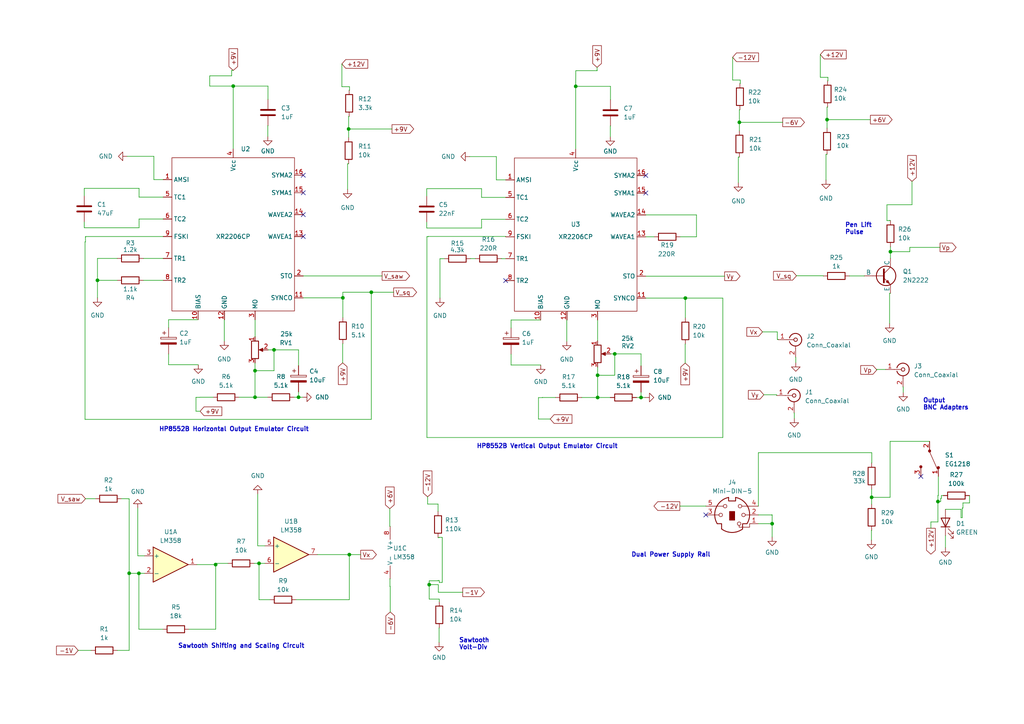
<source format=kicad_sch>
(kicad_sch (version 20230121) (generator eeschema)
  (paper "A4")
  (title_block (title "HP141T Emulator Design") (date "2025-04-10") (rev "v02") (company "by Bonga Njamela") (comment 1 "Research Project") (comment 2 "EEE4022F 2025") (comment 3 "University of Cape Town"))
  (lib_symbols
    (symbol "Amplifier_Operational:LM358" (pin_names (offset 0.127))
      (property "Reference" "U" (at 0 5.08 0))
      (property "Value" "LM358" (at 0 -5.08 0))
      (symbol "LM358_1_1"
        (polyline (pts (xy -5.08 5.08) (xy 5.08 0) (xy -5.08 -5.08) (xy -5.08 5.08)) (stroke (width 0.254)) (fill (type background)))
        (pin output line (at 7.62 0 180) (length 2.54) (name "~") (number "1"))
        (pin input line (at -7.62 -2.54 0) (length 2.54) (name "-") (number "2"))
        (pin input line (at -7.62 2.54 0) (length 2.54) (name "+") (number "3"))
      )
      (symbol "LM358_2_1"
        (polyline (pts (xy -5.08 5.08) (xy 5.08 0) (xy -5.08 -5.08) (xy -5.08 5.08)) (stroke (width 0.254)) (fill (type background)))
        (pin input line (at -7.62 2.54 0) (length 2.54) (name "+") (number "5"))
        (pin input line (at -7.62 -2.54 0) (length 2.54) (name "-") (number "6"))
        (pin output line (at 7.62 0 180) (length 2.54) (name "~") (number "7"))
      )
      (symbol "LM358_3_1"
        (pin power_in line (at -2.54 -7.62 90) (length 3.81) (name "V-") (number "4"))
        (pin power_in line (at -2.54 7.62 270) (length 3.81) (name "V+") (number "8"))
      )
    )
    (symbol "Connector:Conn_Coaxial" (pin_names (offset 1.016) hide)
      (property "Reference" "J" (at 0.254 3.048 0))
      (property "Value" "Conn_Coaxial" (at 2.921 0 90))
      (symbol "Conn_Coaxial_0_1"
        (arc (start -1.778 -0.508) (mid 0.2311 -1.8066) (end 1.778 0) (stroke (width 0.254)))
        (polyline (pts (xy -2.54 0) (xy -0.508 0)))
        (polyline (pts (xy 0 -2.54) (xy 0 -1.778)))
        (circle (center 0 0) (radius 0.508) (stroke (width 0.2032)))
        (arc (start 1.778 0) (mid 0.2099 1.8101) (end -1.778 0.508) (stroke (width 0.254)))
      )
      (symbol "Conn_Coaxial_1_1"
        (pin passive line (at -5.08 0 0) (length 2.54) (name "In") (number "1"))
        (pin passive line (at 0 -5.08 90) (length 2.54) (name "Ext") (number "2"))
      )
    )
    (symbol "Connector:Mini-DIN-5" (pin_names (offset 1.016))
      (property "Reference" "J" (at 0 6.35 0))
      (property "Value" "Mini-DIN-5" (at 0 -6.35 0))
      (symbol "Mini-DIN-5_0_1"
        (circle (center -3.302 0) (radius 0.508))
        (arc (start -3.048 -4.064) (mid 0 -5.08) (end 3.048 -4.064) (stroke (width 0.254)))
        (circle (center -2.032 2.54) (radius 0.508))
        (arc (start -1.016 5.08) (mid -4.6228 2.1214) (end -4.318 -2.54) (stroke (width 0.254)))
        (rectangle (start -0.762 1.016) (end 0.762 -1.524) (fill (type outline)))
        (polyline (pts (xy -3.81 0) (xy -5.08 0)))
        (polyline (pts (xy -2.54 2.54) (xy -5.08 2.54)))
        (polyline (pts (xy 2.794 2.54) (xy 5.08 2.54)))
        (polyline (pts (xy 5.08 0) (xy 3.81 0)))
        (polyline (pts (xy -4.318 -2.54) (xy -3.048 -2.54) (xy -3.048 -4.064)) (stroke (width 0.254)))
        (polyline (pts (xy 4.318 -2.54) (xy 3.048 -2.54) (xy 3.048 -4.064)) (stroke (width 0.254)))
        (polyline (pts (xy -1.016 5.08) (xy -1.016 4.064) (xy 1.016 4.064) (xy 1.016 5.08)) (stroke (width 0.254)))
        (polyline (pts (xy 2.032 -3.048) (xy 2.032 -3.556) (xy 5.08 -3.556) (xy 5.08 -2.54)))
        (circle (center 2.032 -2.54) (radius 0.508))
        (circle (center 2.286 2.54) (radius 0.508))
        (circle (center 3.302 0) (radius 0.508))
        (arc (start 4.318 -2.54) (mid 4.6661 2.1322) (end 1.016 5.08) (stroke (width 0.254)))
      )
      (symbol "Mini-DIN-5_1_1"
        (pin passive line (at 7.62 -2.54 180) (length 2.54) (name "~") (number "1"))
        (pin passive line (at 7.62 0 180) (length 2.54) (name "~") (number "2"))
        (pin passive line (at -7.62 0 0) (length 2.54) (name "~") (number "3"))
        (pin passive line (at 7.62 2.54 180) (length 2.54) (name "~") (number "4"))
        (pin passive line (at -7.62 2.54 0) (length 2.54) (name "~") (number "5"))
      )
    )
    (symbol "Device:C" (pin_numbers hide) (pin_names (offset 0.254))
      (property "Reference" "C" (at 0.635 2.54 0))
      (property "Value" "C" (at 0.635 -2.54 0))
      (symbol "C_0_1"
        (polyline (pts (xy -2.032 -0.762) (xy 2.032 -0.762)) (stroke (width 0.508)))
        (polyline (pts (xy -2.032 0.762) (xy 2.032 0.762)) (stroke (width 0.508)))
      )
      (symbol "C_1_1"
        (pin passive line (at 0 3.81 270) (length 2.794) (name "~") (number "1"))
        (pin passive line (at 0 -3.81 90) (length 2.794) (name "~") (number "2"))
      )
    )
    (symbol "Device:C_Polarized" (pin_numbers hide) (pin_names (offset 0.254))
      (property "Reference" "C" (at 0.635 2.54 0))
      (property "Value" "C_Polarized" (at 0.635 -2.54 0))
      (symbol "C_Polarized_0_1"
        (rectangle (start -2.286 0.508) (end 2.286 1.016))
        (polyline (pts (xy -1.778 2.286) (xy -0.762 2.286)))
        (polyline (pts (xy -1.27 2.794) (xy -1.27 1.778)))
        (rectangle (start 2.286 -0.508) (end -2.286 -1.016) (fill (type outline)))
      )
      (symbol "C_Polarized_1_1"
        (pin passive line (at 0 3.81 270) (length 2.794) (name "~") (number "1"))
        (pin passive line (at 0 -3.81 90) (length 2.794) (name "~") (number "2"))
      )
    )
    (symbol "Device:LED" (pin_numbers hide) (pin_names (offset 1.016) hide)
      (property "Reference" "D" (at 0 2.54 0))
      (property "Value" "LED" (at 0 -2.54 0))
      (symbol "LED_0_1"
        (polyline (pts (xy -1.27 -1.27) (xy -1.27 1.27)) (stroke (width 0.254)))
        (polyline (pts (xy -1.27 0) (xy 1.27 0)))
        (polyline (pts (xy 1.27 -1.27) (xy 1.27 1.27) (xy -1.27 0) (xy 1.27 -1.27)) (stroke (width 0.254)))
        (polyline (pts (xy -3.048 -0.762) (xy -4.572 -2.286) (xy -3.81 -2.286) (xy -4.572 -2.286) (xy -4.572 -1.524)))
        (polyline (pts (xy -1.778 -0.762) (xy -3.302 -2.286) (xy -2.54 -2.286) (xy -3.302 -2.286) (xy -3.302 -1.524)))
      )
      (symbol "LED_1_1"
        (pin passive line (at -3.81 0 0) (length 2.54) (name "K") (number "1"))
        (pin passive line (at 3.81 0 180) (length 2.54) (name "A") (number "2"))
      )
    )
    (symbol "Device:R" (pin_numbers hide) (pin_names (offset 0))
      (property "Reference" "R" (at 2.032 0 90))
      (property "Value" "R" (at 0 0 90))
      (symbol "R_0_1"
        (rectangle (start -1.016 -2.54) (end 1.016 2.54) (stroke (width 0.254)))
      )
      (symbol "R_1_1"
        (pin passive line (at 0 3.81 270) (length 1.27) (name "~") (number "1"))
        (pin passive line (at 0 -3.81 90) (length 1.27) (name "~") (number "2"))
      )
    )
    (symbol "Device:R_Potentiometer" (pin_names (offset 1.016) hide)
      (property "Reference" "RV" (at -4.445 0 90))
      (property "Value" "R_Potentiometer" (at -2.54 0 90))
      (symbol "R_Potentiometer_0_1"
        (polyline (pts (xy 2.54 0) (xy 1.524 0)))
        (polyline (pts (xy 1.143 0) (xy 2.286 0.508) (xy 2.286 -0.508) (xy 1.143 0)) (fill (type outline)))
        (rectangle (start 1.016 2.54) (end -1.016 -2.54) (stroke (width 0.254)))
      )
      (symbol "R_Potentiometer_1_1"
        (pin passive line (at 0 3.81 270) (length 1.27) (name "1") (number "1"))
        (pin passive line (at 3.81 0 180) (length 1.27) (name "2") (number "2"))
        (pin passive line (at 0 -3.81 90) (length 1.27) (name "3") (number "3"))
      )
    )
    (symbol "Simulation_SPICE:NPN" (pin_numbers hide) (pin_names (offset 0))
      (property "Reference" "Q" (at -2.54 7.62 0))
      (property "Value" "NPN" (at -2.54 5.08 0))
      (symbol "NPN_0_1"
        (polyline (pts (xy -2.54 0) (xy 0.635 0)) (stroke (width 0.1524)))
        (polyline (pts (xy 0.635 0.635) (xy 2.54 2.54)))
        (polyline (pts (xy 2.794 -1.27) (xy 2.794 -1.27)) (stroke (width 0.1524)))
        (polyline (pts (xy 2.794 -1.27) (xy 2.794 -1.27)) (stroke (width 0.1524)))
        (polyline (pts (xy 0.635 -0.635) (xy 2.54 -2.54) (xy 2.54 -2.54)))
        (polyline (pts (xy 0.635 1.905) (xy 0.635 -1.905) (xy 0.635 -1.905)) (stroke (width 0.508)))
        (polyline (pts (xy 1.27 -1.778) (xy 1.778 -1.27) (xy 2.286 -2.286) (xy 1.27 -1.778) (xy 1.27 -1.778)) (fill (type outline)))
        (circle (center 1.27 0) (radius 2.8194) (stroke (width 0.254)))
      )
      (symbol "NPN_1_1"
        (pin open_collector line (at 2.54 5.08 270) (length 2.54) (name "C") (number "1"))
        (pin input line (at -5.08 0 0) (length 2.54) (name "B") (number "2"))
        (pin open_emitter line (at 2.54 -5.08 90) (length 2.54) (name "E") (number "3"))
      )
    )
    (symbol "dk_Slide-Switches:EG1218" (pin_names (offset 0))
      (property "Reference" "S" (at -3.81 2.286 0))
      (property "Value" "EG1218" (at 0 -5.334 0))
      (symbol "EG1218_0_1"
        (circle (center -2.286 0) (radius 0.3556) (fill (type outline)))
        (polyline (pts (xy -2.032 0) (xy 3.048 2.286)))
        (circle (center 2.286 -2.54) (radius 0.3556) (fill (type outline)))
        (circle (center 2.54 2.54) (radius 0.3556) (fill (type outline)))
      )
      (symbol "EG1218_1_1"
        (pin passive line (at 5.08 2.54 180) (length 2.54) (name "~") (number "1"))
        (pin passive line (at -5.08 0 0) (length 2.54) (name "~") (number "2"))
        (pin passive line (at 5.08 -2.54 180) (length 2.54) (name "~") (number "3"))
      )
    )
    (symbol "power:GND" (power) (pin_names (offset 0))
      (property "Value" "GND" (at 0 -3.81 0))
      (symbol "GND_0_1"
        (polyline (pts (xy 0 0) (xy 0 -1.27) (xy 1.27 -1.27) (xy 0 -2.54) (xy -1.27 -1.27) (xy 0 -1.27)))
      )
      (symbol "GND_1_1"
        (pin power_in line (at 0 0 270) (length 0) hide (name "GND") (number "1"))
      )
    )
    (symbol "xr2206:xr2206cp"
      (property "Reference" "U1" (at 2.1941 25.4 0))
      (property "Value" "XR2206CP" (at 0 0 0))
      (symbol "xr2206cp_0_1"
        (rectangle (start -17.78 22.86) (end 17.78 -21.59))
      )
      (symbol "xr2206cp_1_1"
        (pin input line (at -20.32 16.51 0) (length 2.54) (name "AMSI") (number "1"))
        (pin input line (at -10.16 -24.13 90) (length 2.54) (name "BIAS") (number "10"))
        (pin input line (at 20.32 -17.78 180) (length 2.54) (name "SYNCO") (number "11"))
        (pin input line (at -2.54 -24.13 90) (length 2.54) (name "GND") (number "12"))
        (pin input line (at 20.32 0 180) (length 2.54) (name "WAVEA1") (number "13"))
        (pin input line (at 20.32 6.35 180) (length 2.54) (name "WAVEA2") (number "14"))
        (pin input line (at 20.32 12.7 180) (length 2.54) (name "SYMA1") (number "15"))
        (pin input line (at 20.32 17.78 180) (length 2.54) (name "SYMA2") (number "16"))
        (pin input line (at 20.32 -11.43 180) (length 2.54) (name "STO") (number "2"))
        (pin input line (at 6.35 -24.13 90) (length 2.54) (name "MO") (number "3"))
        (pin power_in line (at 0 25.4 270) (length 2.54) (name "Vcc") (number "4"))
        (pin input line (at -20.32 11.43 0) (length 2.54) (name "TC1") (number "5"))
        (pin input line (at -20.32 5.08 0) (length 2.54) (name "TC2") (number "6"))
        (pin input line (at -20.32 -6.35 0) (length 2.54) (name "TR1") (number "7"))
        (pin input line (at -20.32 -12.7 0) (length 2.54) (name "TR2") (number "8"))
        (pin input line (at -20.32 0 0) (length 2.54) (name "FSKI") (number "9"))
      )
    )
  )
  (junction (at 37.465 166.2684))
  (junction (at 223.9518 151.892))
  (junction (at 101.1174 37.4142))
  (junction (at 99.441 86.3854))
  (junction (at 198.7804 86.4616))
  (junction (at 67.6402 24.9682))
  (junction (at 185.928 115.2906))
  (junction (at 75.1332 163.3982))
  (junction (at 73.9648 107.5182))
  (junction (at 86.5886 115.2144))
  (junction (at 124.4854 169.5704))
  (junction (at 173.3296 115.2906))
  (junction (at 79.4766 101.473))
  (junction (at 214.4522 35.4838))
  (junction (at 272.034 145.4658))
  (junction (at 28.2702 81.3054))
  (junction (at 62.5348 163.7538))
  (junction (at 173.3296 108.839))
  (junction (at 40.2844 166.2938))
  (junction (at 73.9648 115.2144))
  (junction (at 101.3206 160.8582))
  (junction (at 258.2672 72.9996))
  (junction (at 252.8062 144.2466))
  (junction (at 178.308 102.6414))
  (junction (at 239.8776 34.6964))
  (junction (at 166.9796 25.0444))
  (junction (at 107.696 84.7598))
  (no_connect (at 87.9602 62.2554))
  (no_connect (at 267.081 138.176))
  (no_connect (at 146.6596 81.3816))
  (no_connect (at 87.9602 68.6054))
  (no_connect (at 187.2996 55.9816))
  (no_connect (at 187.2996 50.9016))
  (no_connect (at 87.9602 50.8254))
  (no_connect (at 204.724 149.352))
  (no_connect (at 87.9602 55.9054))
  (wire (pts (xy 279.2984 145.8722) (xy 281.2034 145.8722)))
  (wire (pts (xy 185.928 113.7412) (xy 185.928 115.2906)))
  (wire (pts (xy 177.0126 36.5252) (xy 177.0634 36.5252)))
  (wire (pts (xy 127.4064 168.9354) (xy 128.27 168.9354)))
  (wire (pts (xy 36.8808 45.339) (xy 44.6278 45.339)))
  (wire (pts (xy 139.6746 57.2516) (xy 139.6746 54.7116)))
  (wire (pts (xy 123.825 126.8984) (xy 209.6516 126.8984)))
  (wire (pts (xy 257.2512 63.9826) (xy 257.937 63.9826)))
  (wire (pts (xy 24.7904 70.1548) (xy 24.7904 68.7324)))
  (wire (pts (xy 279.0952 147.3454) (xy 279.2984 147.3454)))
  (wire (pts (xy 124.4854 169.5704) (xy 127.127 169.5704)))
  (wire (pts (xy 24.7904 68.7324) (xy 24.8158 68.7324)))
  (wire (pts (xy 146.685 68.58) (xy 146.685 68.6816)))
  (wire (pts (xy 214.4522 35.4838) (xy 227.0252 35.4838)))
  (wire (pts (xy 100.8126 54.9148) (xy 100.8126 47.498)))
  (wire (pts (xy 28.2702 74.9554) (xy 28.2702 81.3054)))
  (wire (pts (xy 86.5886 115.2144) (xy 87.757 115.2144)))
  (wire (pts (xy 279.0952 150.1648) (xy 278.7396 150.1648)))
  (wire (pts (xy 92.075 160.8582) (xy 101.3206 160.8582)))
  (wire (pts (xy 99.3902 105.2322) (xy 99.3902 99.7204)))
  (wire (pts (xy 60.833 24.9682) (xy 67.6402 24.9682)))
  (wire (pts (xy 128.27 155.8544) (xy 127.3556 155.8544)))
  (wire (pts (xy 202.0062 62.3316) (xy 187.2996 62.3316)))
  (wire (pts (xy 78.2828 173.9392) (xy 75.1332 173.9392)))
  (wire (pts (xy 225.2472 114.5032) (xy 225.2472 114.7064)))
  (wire (pts (xy 79.4766 101.473) (xy 86.5886 101.473)))
  (wire (pts (xy 85.9028 173.9392) (xy 101.3206 173.9392)))
  (wire (pts (xy 99.1616 18.542) (xy 99.1616 25.146)))
  (wire (pts (xy 79.4766 107.5182) (xy 79.4766 101.473)))
  (wire (pts (xy 101.3714 25.146) (xy 101.3714 26.162)))
  (wire (pts (xy 33.9852 74.9554) (xy 28.2702 74.9554)))
  (wire (pts (xy 48.895 102.6668) (xy 48.895 105.791)))
  (wire (pts (xy 128.8542 75.0316) (xy 127.6096 75.0316)))
  (wire (pts (xy 101.1174 37.4142) (xy 113.6904 37.4142)))
  (wire (pts (xy 37.4904 166.2938) (xy 40.2844 166.2938)))
  (wire (pts (xy 67.183 21.9964) (xy 67.183 20.4216)))
  (wire (pts (xy 279.0952 147.3454) (xy 279.0952 150.1648)))
  (wire (pts (xy 60.833 21.9964) (xy 67.183 21.9964)))
  (wire (pts (xy 37.4904 166.2684) (xy 37.4904 166.2938)))
  (wire (pts (xy 48.895 92.7354) (xy 57.4802 92.7354)))
  (wire (pts (xy 113.1824 177.4952) (xy 113.1824 170.0784)))
  (wire (pts (xy 24.8158 68.6054) (xy 47.3202 68.6054)))
  (wire (pts (xy 39.9542 147.3708) (xy 39.9542 160.4772)))
  (wire (pts (xy 127.3556 186.309) (xy 127.3556 182.1434)))
  (wire (pts (xy 272.034 143.7132) (xy 272.161 143.7132)))
  (wire (pts (xy 127.6096 75.0316) (xy 127.6096 86.4616)))
  (wire (pts (xy 61.7728 115.2144) (xy 57.9882 115.2144)))
  (wire (pts (xy 145.4658 75.0316) (xy 145.4658 75.0062)))
  (wire (pts (xy 139.6746 63.6016) (xy 146.6596 63.6016)))
  (wire (pts (xy 273.05 144.526) (xy 273.05 143.7386)))
  (wire (pts (xy 230.378 121.3358) (xy 230.378 119.7864)))
  (wire (pts (xy 258.1656 144.2466) (xy 258.1656 128.016)))
  (wire (pts (xy 261.9756 112.2426) (xy 261.9248 112.2426)))
  (wire (pts (xy 214.4522 31.8516) (xy 214.6046 31.8516)))
  (wire (pts (xy 47.3202 57.1754) (xy 40.3352 57.1754)))
  (wire (pts (xy 124.0282 144.0942) (xy 124.0282 146.2024)))
  (wire (pts (xy 167.005 20.4978) (xy 173.2026 20.4978)))
  (wire (pts (xy 40.2844 166.2938) (xy 41.8846 166.2938)))
  (wire (pts (xy 86.5886 106.045) (xy 86.5886 101.473)))
  (wire (pts (xy 73.9648 105.283) (xy 73.9648 107.5182)))
  (wire (pts (xy 239.8776 34.6964) (xy 239.8776 31.0642)))
  (wire (pts (xy 257.937 63.9826) (xy 257.937 63.9572)))
  (wire (pts (xy 28.2702 81.3054) (xy 28.2702 86.3854)))
  (wire (pts (xy 73.9648 115.2144) (xy 77.6732 115.2144)))
  (wire (pts (xy 40.3352 54.6354) (xy 24.4348 54.6354)))
  (wire (pts (xy 225.4504 98.4504) (xy 225.679 98.4504)))
  (wire (pts (xy 113.0554 152.654) (xy 113.157 152.654)))
  (wire (pts (xy 223.9518 151.892) (xy 223.9518 155.7528)))
  (wire (pts (xy 252.7554 156.6672) (xy 252.7554 153.8478)))
  (wire (pts (xy 124.1806 68.58) (xy 146.685 68.58)))
  (wire (pts (xy 258.0132 93.853) (xy 258.0132 85.09)))
  (wire (pts (xy 161.1122 115.2906) (xy 157.3276 115.2906)))
  (wire (pts (xy 185.928 102.6414) (xy 185.928 106.1212)))
  (wire (pts (xy 62.5348 163.7538) (xy 62.5602 163.7538)))
  (wire (pts (xy 198.7296 99.7966) (xy 198.7804 99.7966)))
  (wire (pts (xy 214.7062 23.2156) (xy 214.7062 24.2316)))
  (wire (pts (xy 101.1174 37.4142) (xy 101.1174 33.782)))
  (wire (pts (xy 212.4964 16.6116) (xy 212.4964 23.2156)))
  (wire (pts (xy 75.1332 173.9392) (xy 75.1332 163.3982)))
  (wire (pts (xy 148.2344 105.8672) (xy 156.845 105.8672)))
  (wire (pts (xy 168.7322 115.2906) (xy 173.3296 115.2906)))
  (wire (pts (xy 178.308 108.839) (xy 178.308 102.6414)))
  (wire (pts (xy 258.0132 85.09) (xy 258.2672 85.09)))
  (wire (pts (xy 139.6746 66.1416) (xy 139.6746 63.6016)))
  (wire (pts (xy 37.465 144.7546) (xy 37.465 166.2684)))
  (wire (pts (xy 76.835 158.3182) (xy 74.7522 158.3182)))
  (wire (pts (xy 44.6278 52.0954) (xy 44.6278 45.339)))
  (wire (pts (xy 252.857 134.2644) (xy 252.8062 134.2644)))
  (wire (pts (xy 223.9518 149.3266) (xy 223.9518 151.892)))
  (wire (pts (xy 272.034 143.7132) (xy 272.034 145.4658)))
  (wire (pts (xy 214.1474 52.9844) (xy 214.1474 45.5676)))
  (wire (pts (xy 225.4504 96.266) (xy 225.4504 98.4504)))
  (wire (pts (xy 184.6326 115.2906) (xy 185.928 115.2906)))
  (wire (pts (xy 127.4064 173.7614) (xy 127.4064 174.5234)))
  (wire (pts (xy 22.6822 188.6458) (xy 26.416 188.6458)))
  (wire (pts (xy 173.3296 108.839) (xy 178.308 108.839)))
  (wire (pts (xy 124.4854 168.4528) (xy 124.4854 169.5704)))
  (wire (pts (xy 37.4904 166.2684) (xy 37.465 166.2684)))
  (wire (pts (xy 67.183 20.4216) (xy 67.6656 20.4216)))
  (wire (pts (xy 136.2202 45.4152) (xy 143.9672 45.4152)))
  (wire (pts (xy 219.964 151.892) (xy 223.9518 151.892)))
  (wire (pts (xy 87.9602 86.3854) (xy 99.441 86.3854)))
  (wire (pts (xy 230.378 119.7864) (xy 230.3272 119.7864)))
  (wire (pts (xy 143.9672 52.1716) (xy 143.9672 45.4152)))
  (wire (pts (xy 214.4522 37.9476) (xy 214.4522 35.4838)))
  (wire (pts (xy 274.2184 155.3464) (xy 274.2184 158.8262)))
  (wire (pts (xy 198.7296 105.3084) (xy 198.7296 99.7966)))
  (wire (pts (xy 272.6436 71.755) (xy 263.8806 71.755)))
  (wire (pts (xy 214.7062 24.2316) (xy 214.6046 24.2316)))
  (wire (pts (xy 41.6052 74.9554) (xy 47.3202 74.9554)))
  (wire (pts (xy 212.4964 23.2156) (xy 214.7062 23.2156)))
  (wire (pts (xy 40.2844 182.499) (xy 40.2844 166.2938)))
  (wire (pts (xy 48.895 105.791) (xy 57.5056 105.791)))
  (wire (pts (xy 157.3276 115.316) (xy 156.1846 115.316)))
  (wire (pts (xy 124.4854 169.5704) (xy 124.4854 173.7614)))
  (wire (pts (xy 209.6516 126.8984) (xy 209.6516 86.4616)))
  (wire (pts (xy 278.7396 150.1648) (xy 278.7396 147.7264)))
  (wire (pts (xy 231.013 79.9846) (xy 238.76 79.9846)))
  (wire (pts (xy 173.3296 92.8116) (xy 173.3296 98.8314)))
  (wire (pts (xy 24.6634 121.6406) (xy 107.696 121.6406)))
  (wire (pts (xy 41.6052 81.3054) (xy 47.3202 81.3054)))
  (wire (pts (xy 100.8126 47.498) (xy 101.1174 47.498)))
  (wire (pts (xy 157.3276 115.316) (xy 157.3276 115.2906)))
  (wire (pts (xy 254.3048 107.2896) (xy 254.3048 107.1626)))
  (wire (pts (xy 263.8806 71.755) (xy 263.8806 72.9996)))
  (wire (pts (xy 272.034 145.4658) (xy 272.8468 145.4658)))
  (wire (pts (xy 107.696 84.7598) (xy 114.173 84.7598)))
  (wire (pts (xy 250.6472 80.0354) (xy 250.6472 80.01)))
  (wire (pts (xy 166.9796 25.0444) (xy 166.9796 43.2816)))
  (wire (pts (xy 240.1316 22.4282) (xy 240.1316 23.4442)))
  (wire (pts (xy 77.724 24.9682) (xy 67.6402 24.9682)))
  (wire (pts (xy 252.8062 144.2466) (xy 252.8062 146.2278)))
  (wire (pts (xy 107.696 84.7598) (xy 107.696 121.6406)))
  (wire (pts (xy 40.3352 57.1754) (xy 40.3352 54.6354)))
  (wire (pts (xy 257.937 63.9572) (xy 258.2672 63.9572)))
  (wire (pts (xy 198.7804 86.4616) (xy 209.6516 86.4616)))
  (wire (pts (xy 124.4854 173.7614) (xy 127.4064 173.7614)))
  (wire (pts (xy 177.0634 25.0444) (xy 166.9796 25.0444)))
  (wire (pts (xy 219.964 131.2926) (xy 219.964 146.812)))
  (wire (pts (xy 39.9542 160.4772) (xy 39.9796 160.4772)))
  (wire (pts (xy 223.901 149.3266) (xy 223.901 149.352)))
  (wire (pts (xy 113.1062 167.894) (xy 113.157 167.894)))
  (wire (pts (xy 258.1656 128.016) (xy 269.621 128.016)))
  (wire (pts (xy 178.308 102.6414) (xy 177.1396 102.6414)))
  (wire (pts (xy 273.05 143.7386) (xy 273.5834 143.7386)))
  (wire (pts (xy 214.4522 35.4838) (xy 214.4522 31.8516)))
  (wire (pts (xy 123.825 68.6308) (xy 123.825 126.8984)))
  (wire (pts (xy 73.7362 163.3982) (xy 75.1332 163.3982)))
  (wire (pts (xy 252.857 131.2926) (xy 252.857 134.2644)))
  (wire (pts (xy 75.1332 163.3982) (xy 76.835 163.3982)))
  (wire (pts (xy 173.1772 20.4724) (xy 173.1772 19.5326)))
  (wire (pts (xy 99.1616 25.146) (xy 101.3714 25.146)))
  (wire (pts (xy 270.002 151.384) (xy 270.002 153.2128)))
  (wire (pts (xy 39.9796 161.2138) (xy 41.8846 161.2138)))
  (wire (pts (xy 239.8776 37.1602) (xy 239.8776 34.6964)))
  (wire (pts (xy 258.2672 71.5772) (xy 258.2672 72.9996)))
  (wire (pts (xy 264.5156 59.3852) (xy 264.5156 52.6034)))
  (wire (pts (xy 146.6596 75.0316) (xy 145.4658 75.0316)))
  (wire (pts (xy 77.724 28.829) (xy 77.724 24.9682)))
  (wire (pts (xy 252.7554 153.8478) (xy 252.8062 153.8478)))
  (wire (pts (xy 99.441 92.1004) (xy 99.441 86.3854)))
  (wire (pts (xy 73.9902 97.663) (xy 73.9648 97.663)))
  (wire (pts (xy 167.005 20.4978) (xy 166.9796 25.0444)))
  (wire (pts (xy 197.3326 68.6816) (xy 202.0062 68.6816)))
  (wire (pts (xy 252.8062 141.8844) (xy 252.8062 144.2466)))
  (wire (pts (xy 127.0508 168.3766) (xy 127.4064 168.3766)))
  (wire (pts (xy 197.1802 146.7866) (xy 204.724 146.7866)))
  (wire (pts (xy 101.1174 33.782) (xy 101.2698 33.782)))
  (wire (pts (xy 137.8458 75.0062) (xy 136.4742 75.0062)))
  (wire (pts (xy 261.9756 113.792) (xy 261.9756 112.2426)))
  (wire (pts (xy 254.3048 107.1626) (xy 256.8448 107.1626)))
  (wire (pts (xy 238.76 79.9846) (xy 238.76 80.0354)))
  (wire (pts (xy 237.9218 15.8242) (xy 237.9218 22.4282)))
  (wire (pts (xy 101.3714 26.162) (xy 101.2698 26.162)))
  (wire (pts (xy 86.5886 113.665) (xy 86.5886 115.2144)))
  (wire (pts (xy 47.3202 52.0954) (xy 44.6278 52.0954)))
  (wire (pts (xy 127.0508 168.4528) (xy 127.0508 168.3766)))
  (wire (pts (xy 87.9602 80.0354) (xy 110.8202 80.0354)))
  (wire (pts (xy 85.2932 115.2144) (xy 86.5886 115.2144)))
  (wire (pts (xy 60.833 21.9964) (xy 60.833 24.9682)))
  (wire (pts (xy 65.0494 92.7354) (xy 65.1002 92.7354)))
  (wire (pts (xy 47.1932 182.499) (xy 40.2844 182.499)))
  (wire (pts (xy 148.2344 102.743) (xy 148.2344 105.8672)))
  (wire (pts (xy 67.6402 24.9682) (xy 67.6402 43.2054)))
  (wire (pts (xy 40.3352 66.0654) (xy 40.3352 63.5254)))
  (wire (pts (xy 214.1474 45.5676) (xy 214.4522 45.5676)))
  (wire (pts (xy 173.2026 20.4724) (xy 173.2026 20.4978)))
  (wire (pts (xy 123.7742 66.1416) (xy 139.6746 66.1416)))
  (wire (pts (xy 187.2996 86.4616) (xy 198.7804 86.4616)))
  (wire (pts (xy 62.5348 163.3982) (xy 62.5348 163.7538)))
  (wire (pts (xy 164.3888 98.9838) (xy 164.3888 92.8116)))
  (wire (pts (xy 127.3556 155.8544) (xy 127.3556 155.9306)))
  (wire (pts (xy 127.0508 146.2024) (xy 127.0508 148.3106)))
  (wire (pts (xy 187.2996 68.6816) (xy 189.7126 68.6816)))
  (wire (pts (xy 239.8776 34.6964) (xy 252.4506 34.6964)))
  (wire (pts (xy 99.3902 99.7204) (xy 99.441 99.7204)))
  (wire (pts (xy 40.3352 63.5254) (xy 47.3202 63.5254)))
  (wire (pts (xy 73.9648 107.5182) (xy 73.9648 115.2144)))
  (wire (pts (xy 156.1846 115.316) (xy 156.1846 121.539)))
  (wire (pts (xy 239.8776 31.0642) (xy 240.03 31.0642)))
  (wire (pts (xy 177.0126 39.6494) (xy 177.0126 36.5252)))
  (wire (pts (xy 230.8098 105.156) (xy 230.8098 103.6066)))
  (wire (pts (xy 99.441 84.7598) (xy 99.441 86.3854)))
  (wire (pts (xy 258.2672 72.9996) (xy 258.2672 74.93)))
  (wire (pts (xy 57.9882 115.2398) (xy 56.8452 115.2398)))
  (wire (pts (xy 173.3296 115.2906) (xy 177.0126 115.2906)))
  (wire (pts (xy 185.928 115.2906) (xy 187.0964 115.2906)))
  (wire (pts (xy 57.1246 163.7538) (xy 62.5348 163.7538)))
  (wire (pts (xy 257.2512 59.3852) (xy 264.5156 59.3852)))
  (wire (pts (xy 252.8062 144.2466) (xy 258.1656 144.2466)))
  (wire (pts (xy 127.3556 155.9306) (xy 127.0508 155.9306)))
  (wire (pts (xy 281.2034 145.8722) (xy 281.2034 143.7386)))
  (wire (pts (xy 128.27 168.9354) (xy 128.27 155.8544)))
  (wire (pts (xy 237.9218 22.4282) (xy 240.1316 22.4282)))
  (wire (pts (xy 252.857 131.2926) (xy 219.964 131.2926)))
  (wire (pts (xy 37.4142 144.653) (xy 35.2552 144.653)))
  (wire (pts (xy 39.9796 160.4772) (xy 39.9796 161.2138)))
  (wire (pts (xy 123.7742 54.7116) (xy 123.7742 56.8452)))
  (wire (pts (xy 69.3928 115.2144) (xy 73.9648 115.2144)))
  (wire (pts (xy 37.465 144.7546) (xy 37.4142 144.7546)))
  (wire (pts (xy 278.7396 147.7264) (xy 274.2184 147.7264)))
  (wire (pts (xy 164.3888 92.8116) (xy 164.4396 92.8116)))
  (wire (pts (xy 56.8452 119.2784) (xy 58.039 119.2784)))
  (wire (pts (xy 198.7804 92.1766) (xy 198.7804 86.4616)))
  (wire (pts (xy 54.8132 182.499) (xy 62.5602 182.499)))
  (wire (pts (xy 202.0062 68.6816) (xy 202.0062 62.3316)))
  (wire (pts (xy 148.2344 92.8116) (xy 156.8196 92.8116)))
  (wire (pts (xy 270.002 151.384) (xy 272.034 151.384)))
  (wire (pts (xy 246.38 80.0354) (xy 250.6472 80.0354)))
  (wire (pts (xy 24.7904 144.653) (xy 27.6352 144.653)))
  (wire (pts (xy 204.724 146.7866) (xy 204.724 146.812)))
  (wire (pts (xy 124.0282 146.2024) (xy 127.0508 146.2024)))
  (wire (pts (xy 77.6732 36.449) (xy 77.724 36.449)))
  (wire (pts (xy 62.5602 163.7538) (xy 62.5602 182.499)))
  (wire (pts (xy 173.3296 106.4514) (xy 173.3296 108.839)))
  (wire (pts (xy 73.9902 92.7354) (xy 73.9902 97.663)))
  (wire (pts (xy 272.034 145.4658) (xy 272.034 151.384)))
  (wire (pts (xy 156.1846 121.539) (xy 159.5882 121.539)))
  (wire (pts (xy 139.6746 54.7116) (xy 123.7742 54.7116)))
  (wire (pts (xy 57.9882 115.2398) (xy 57.9882 115.2144)))
  (wire (pts (xy 187.2996 80.1116) (xy 210.1596 80.1116)))
  (wire (pts (xy 113.1824 170.0784) (xy 113.1062 170.0784)))
  (wire (pts (xy 24.8158 68.7324) (xy 24.8158 68.6054)))
  (wire (pts (xy 24.6634 70.1548) (xy 24.7904 70.1548)))
  (wire (pts (xy 221.5388 114.5032) (xy 225.2472 114.5032)))
  (wire (pts (xy 257.2512 59.3852) (xy 257.2512 63.9826)))
  (wire (pts (xy 123.7742 64.4652) (xy 123.7742 66.1416)))
  (wire (pts (xy 48.895 95.0468) (xy 48.895 92.7354)))
  (wire (pts (xy 101.3206 173.9392) (xy 101.3206 160.8582)))
  (wire (pts (xy 73.9648 107.5182) (xy 79.4766 107.5182)))
  (wire (pts (xy 240.1316 23.4442) (xy 240.03 23.4442)))
  (wire (pts (xy 113.0554 147.5486) (xy 113.0554 152.654)))
  (wire (pts (xy 24.6634 70.1548) (xy 24.6634 121.6406)))
  (wire (pts (xy 66.1162 163.3982) (xy 62.5348 163.3982)))
  (wire (pts (xy 239.5728 44.7802) (xy 239.8776 44.7802)))
  (wire (pts (xy 77.6732 39.5732) (xy 77.6732 36.449)))
  (wire (pts (xy 34.036 188.6458) (xy 37.465 188.6458)))
  (wire (pts (xy 127.3556 182.1434) (xy 127.4064 182.1434)))
  (wire (pts (xy 146.6596 52.1716) (xy 143.9672 52.1716)))
  (wire (pts (xy 173.2026 20.4724) (xy 173.1772 20.4724)))
  (wire (pts (xy 223.901 149.3266) (xy 223.9518 149.3266)))
  (wire (pts (xy 124.4854 168.4528) (xy 127.0508 168.4528)))
  (wire (pts (xy 24.4348 54.6354) (xy 24.4348 56.769)))
  (wire (pts (xy 74.7522 143.3068) (xy 74.7522 158.3182)))
  (wire (pts (xy 136.4742 75.0062) (xy 136.4742 75.0316)))
  (wire (pts (xy 37.465 166.2684) (xy 37.465 188.6458)))
  (wire (pts (xy 263.8806 72.9996) (xy 258.2672 72.9996)))
  (wire (pts (xy 65.0494 98.9076) (xy 65.0494 92.7354)))
  (wire (pts (xy 24.4348 64.389) (xy 24.4348 66.0654)))
  (wire (pts (xy 99.441 84.7598) (xy 107.696 84.7598)))
  (wire (pts (xy 127.127 171.7802) (xy 127.127 169.5704)))
  (wire (pts (xy 37.4142 144.7546) (xy 37.4142 144.653)))
  (wire (pts (xy 272.8468 144.526) (xy 273.05 144.526)))
  (wire (pts (xy 173.3296 108.839) (xy 173.3296 115.2906)))
  (wire (pts (xy 185.928 102.6414) (xy 178.308 102.6414)))
  (wire (pts (xy 148.2344 95.123) (xy 148.2344 92.8116)))
  (wire (pts (xy 177.0634 28.9052) (xy 177.0634 25.0444)))
  (wire (pts (xy 239.5728 52.197) (xy 239.5728 44.7802)))
  (wire (pts (xy 24.4348 66.0654) (xy 40.3352 66.0654)))
  (wire (pts (xy 101.3206 160.8582) (xy 104.6226 160.8582)))
  (wire (pts (xy 123.825 68.6308) (xy 124.1806 68.6308)))
  (wire (pts (xy 134.2136 171.7802) (xy 127.127 171.7802)))
  (wire (pts (xy 272.8468 145.4658) (xy 272.8468 144.526)))
  (wire (pts (xy 230.8098 103.6066) (xy 230.759 103.6066)))
  (wire (pts (xy 28.2702 81.3054) (xy 33.9852 81.3054)))
  (wire (pts (xy 225.679 98.4504) (xy 225.679 98.5266)))
  (wire (pts (xy 146.6596 57.2516) (xy 139.6746 57.2516)))
  (wire (pts (xy 127.4064 168.3766) (xy 127.4064 168.9354)))
  (wire (pts (xy 272.161 143.7132) (xy 272.161 138.176)))
  (wire (pts (xy 124.1806 68.6308) (xy 124.1806 68.58)))
  (wire (pts (xy 225.4504 96.266) (xy 221.1578 96.266)))
  (wire (pts (xy 56.8452 115.2398) (xy 56.8452 119.2784)))
  (wire (pts (xy 77.7748 101.473) (xy 79.4766 101.473)))
  (wire (pts (xy 223.901 149.352) (xy 219.964 149.352)))
  (wire (pts (xy 146.685 68.6816) (xy 146.6596 68.6816)))
  (wire (pts (xy 113.1062 170.0784) (xy 113.1062 167.894)))
  (wire (pts (xy 101.1174 39.878) (xy 101.1174 37.4142)))
  (wire (pts (xy 279.2984 145.8722) (xy 279.2984 147.3454)))
  (text "Dual Power Supply Rail" (at 183.0578 161.7472 0) (effects (font (size 1.27 1.27) bold) (justify left bottom)))
  (text "Sawtooth Shifting and Scaling Circuit" (at 51.5874 188.214 0) (effects (font (size 1.27 1.27) (thickness 0.254) bold) (justify left bottom)))
  (text "Output \nBNC Adapters" (at 267.6652 119.0752 0) (effects (font (size 1.27 1.27) bold) (justify left bottom)))
  (text "Pen Lift\nPulse" (at 245.0592 68.199 0) (effects (font (size 1.27 1.27) bold) (justify left bottom)))
  (text "HP8552B Horizontal Output Emulator Circuit" (at 46.0756 125.349 0) (effects (font (size 1.27 1.27) (thickness 0.254) bold) (justify left bottom)))
  (text "Sawtooth\nVolt-Div" (at 133.096 188.6204 0) (effects (font (size 1.27 1.27) bold) (justify left bottom)))
  (text "HP8552B Vertical Output Emulator Circuit" (at 138.2014 130.2766 0) (effects (font (size 1.27 1.27) (thickness 0.254) bold) (justify left bottom)))
  (global_label "-12V" (shape input) (at 124.0282 144.0942 90) (property "Intersheetrefs" "${INTERSHEET_REFS}" (effects hide)))
  (global_label "V_sq" (shape input) (at 231.013 79.9846 180) (property "Intersheetrefs" "${INTERSHEET_REFS}" (effects hide)))
  (global_label "+12V" (shape input) (at 264.5156 52.6034 90) (property "Intersheetrefs" "${INTERSHEET_REFS}" (effects hide)))
  (global_label "V_saw" (shape output) (at 110.8202 80.0354 0) (property "Intersheetrefs" "${INTERSHEET_REFS}" (effects hide)))
  (global_label "+12V" (shape output) (at 270.002 153.2128 270) (property "Intersheetrefs" "${INTERSHEET_REFS}" (effects hide)))
  (global_label "+6V" (shape input) (at 113.0554 147.5486 90) (property "Intersheetrefs" "${INTERSHEET_REFS}" (effects hide)))
  (global_label "Vx" (shape output) (at 104.6226 160.8582 0) (property "Intersheetrefs" "${INTERSHEET_REFS}" (effects hide)))
  (global_label "+9V" (shape input) (at 198.7296 105.3084 270) (property "Intersheetrefs" "${INTERSHEET_REFS}" (effects hide)))
  (global_label "+9V" (shape input) (at 58.039 119.2784 0) (property "Intersheetrefs" "${INTERSHEET_REFS}" (effects hide)))
  (global_label "Vp" (shape output) (at 272.6436 71.755 0) (property "Intersheetrefs" "${INTERSHEET_REFS}" (effects hide)))
  (global_label "-12V" (shape output) (at 197.1802 146.7866 180) (property "Intersheetrefs" "${INTERSHEET_REFS}" (effects hide)))
  (global_label "+6V" (shape output) (at 252.4506 34.6964 0) (property "Intersheetrefs" "${INTERSHEET_REFS}" (effects hide)))
  (global_label "Vy" (shape output) (at 210.1596 80.1116 0) (property "Intersheetrefs" "${INTERSHEET_REFS}" (effects hide)))
  (global_label "-1V" (shape output) (at 134.2136 171.7802 0) (property "Intersheetrefs" "${INTERSHEET_REFS}" (effects hide)))
  (global_label "Vp" (shape input) (at 254.3048 107.2896 180) (property "Intersheetrefs" "${INTERSHEET_REFS}" (effects hide)))
  (global_label "V_saw" (shape input) (at 24.7904 144.653 180) (property "Intersheetrefs" "${INTERSHEET_REFS}" (effects hide)))
  (global_label "-12V" (shape input) (at 212.4964 16.6116 0) (property "Intersheetrefs" "${INTERSHEET_REFS}" (effects hide)))
  (global_label "-6V" (shape input) (at 113.1824 177.4952 270) (property "Intersheetrefs" "${INTERSHEET_REFS}" (effects hide)))
  (global_label "Vx" (shape input) (at 221.1578 96.266 180) (property "Intersheetrefs" "${INTERSHEET_REFS}" (effects hide)))
  (global_label "+9V" (shape input) (at 159.5882 121.539 0) (property "Intersheetrefs" "${INTERSHEET_REFS}" (effects hide)))
  (global_label "-6V" (shape output) (at 227.0252 35.4838 0) (property "Intersheetrefs" "${INTERSHEET_REFS}" (effects hide)))
  (global_label "+9V" (shape output) (at 113.6904 37.4142 0) (property "Intersheetrefs" "${INTERSHEET_REFS}" (effects hide)))
  (global_label "Vy" (shape input) (at 221.5388 114.5032 180) (property "Intersheetrefs" "${INTERSHEET_REFS}" (effects hide)))
  (global_label "+9V" (shape input) (at 67.6656 20.4216 90) (property "Intersheetrefs" "${INTERSHEET_REFS}" (effects hide)))
  (global_label "+12V" (shape input) (at 99.1616 18.542 0) (property "Intersheetrefs" "${INTERSHEET_REFS}" (effects hide)))
  (global_label "-1V" (shape input) (at 22.6822 188.6458 180) (property "Intersheetrefs" "${INTERSHEET_REFS}" (effects hide)))
  (global_label "V_sq" (shape output) (at 114.173 84.7598 0) (property "Intersheetrefs" "${INTERSHEET_REFS}" (effects hide)))
  (global_label "+9V" (shape input) (at 99.3902 105.2322 270) (property "Intersheetrefs" "${INTERSHEET_REFS}" (effects hide)))
  (global_label "+9V" (shape input) (at 173.1772 19.5326 90) (property "Intersheetrefs" "${INTERSHEET_REFS}" (effects hide)))
  (global_label "+12V" (shape input) (at 237.9218 15.8242 0) (property "Intersheetrefs" "${INTERSHEET_REFS}" (effects hide)))
  (symbol (lib_id "Amplifier_Operational:LM358") (at 49.5046 163.7538 0) (unit 1)
    (property "Reference" "U1" (at 49.5046 154.2542 0))
    (property "Value" "LM358" (at 49.5046 156.7942 0))
    (property "Footprint" "Package_DIP:DIP-8_W7.62mm_Socket" (effects hide))
    (property "Datasheet" "http://www.ti.com/lit/ds/symlink/lm2904-n.pdf" (effects hide))
  )
  (symbol (lib_id "power:GND") (at 274.2184 158.8262 0) (unit 1)
    (property "Reference" "#PWR024" (effects hide))
    (property "Value" "GND" (at 274.2184 163.1188 0))
  )
  (symbol (lib_id "power:GND") (at 177.0126 39.6494 0) (unit 1)
    (property "Reference" "#PWR016" (effects hide))
    (property "Value" "GND" (at 177.0126 43.8912 0))
  )
  (symbol (lib_id "Device:R") (at 127.4064 178.3334 0) (unit 1)
    (property "Reference" "R14" (at 130.3274 177.0634 0) (effects (justify left)))
    (property "Value" "10k" (at 130.3274 179.6034 0) (effects (justify left)))
    (property "Footprint" "Resistor_THT:R_Axial_DIN0207_L6.3mm_D2.5mm_P7.62mm_Horizontal" (effects hide))
  )
  (symbol (lib_id "Device:C_Polarized") (at 48.895 98.8568 0) (unit 1)
    (property "Reference" "C2" (at 51.9938 96.6978 0) (effects (justify left)))
    (property "Value" "1uF" (at 51.9938 99.2378 0) (effects (justify left)))
    (property "Footprint" "Capacitor_THT:CP_Radial_D6.3mm_P2.50mm" (effects hide))
  )
  (symbol (lib_id "Device:R") (at 239.8776 40.9702 0) (unit 1)
    (property "Reference" "R23" (at 242.6208 39.7002 0) (effects (justify left)))
    (property "Value" "10k" (at 242.6208 42.2402 0) (effects (justify left)))
    (property "Footprint" "Resistor_THT:R_Axial_DIN0207_L6.3mm_D2.5mm_P7.62mm_Horizontal" (effects hide))
  )
  (symbol (lib_id "power:GND") (at 127.6096 86.4616 0) (unit 1)
    (property "Reference" "#PWR011" (effects hide))
    (property "Value" "GND" (at 127.6096 91.5416 0))
  )
  (symbol (lib_id "power:GND") (at 57.5056 105.791 0) (unit 1)
    (property "Reference" "#PWR04" (effects hide))
    (property "Value" "GND" (at 57.5056 110.6424 0))
  )
  (symbol (lib_id "Device:R") (at 198.7804 95.9866 0) (unit 1)
    (property "Reference" "R20" (at 200.8632 94.7166 0) (effects (justify left)))
    (property "Value" "10k" (at 200.8632 97.2566 0) (effects (justify left)))
    (property "Footprint" "Resistor_THT:R_Axial_DIN0207_L6.3mm_D2.5mm_P7.62mm_Horizontal" (effects hide))
  )
  (symbol (lib_id "Device:R") (at 193.5226 68.6816 90) (unit 1)
    (property "Reference" "R19" (at 193.5226 71.0946 90))
    (property "Value" "220R" (at 193.3448 73.6854 90))
    (property "Footprint" "Resistor_THT:R_Axial_DIN0207_L6.3mm_D2.5mm_P7.62mm_Horizontal" (effects hide))
  )
  (symbol (lib_id "Device:R") (at 180.8226 115.2906 90) (unit 1)
    (property "Reference" "R18" (at 180.8226 109.3216 90))
    (property "Value" "5.1k" (at 180.8226 111.8616 90))
    (property "Footprint" "Resistor_THT:R_Axial_DIN0207_L6.3mm_D2.5mm_P7.62mm_Horizontal" (effects hide))
  )
  (symbol (lib_id "Device:R") (at 69.9262 163.3982 90) (unit 1)
    (property "Reference" "R7" (at 69.9262 157.0482 90))
    (property "Value" "10k" (at 69.9262 159.5882 90))
    (property "Footprint" "Resistor_THT:R_Axial_DIN0207_L6.3mm_D2.5mm_P7.62mm_Horizontal" (effects hide))
  )
  (symbol (lib_id "power:GND") (at 230.378 121.3358 0) (unit 1)
    (property "Reference" "#PWR019" (effects hide))
    (property "Value" "GND" (at 230.378 126.238 0))
  )
  (symbol (lib_id "power:GND") (at 28.2702 86.3854 0) (unit 1)
    (property "Reference" "#PWR01" (effects hide))
    (property "Value" "GND" (at 28.2702 91.4654 0))
  )
  (symbol (lib_id "Device:R") (at 31.4452 144.653 90) (unit 1)
    (property "Reference" "R2" (at 31.4452 139.2682 90))
    (property "Value" "1k" (at 31.4452 141.8082 90))
    (property "Footprint" "Resistor_THT:R_Axial_DIN0207_L6.3mm_D2.5mm_P7.62mm_Horizontal" (effects hide))
  )
  (symbol (lib_id "dk_Slide-Switches:EG1218") (at 269.621 133.096 270) (unit 1)
    (property "Reference" "S1" (at 274.0406 132.0292 90) (effects (justify left)))
    (property "Value" "EG1218" (at 274.0406 134.5692 90) (effects (justify left)))
    (property "Footprint" "digikey-footprints:Switch_Slide_11.6x4mm_EG1218" (effects hide))
    (property "Datasheet" "http://spec_sheets.e-switch.com/specs/P040040.pdf" (effects hide))
    (property "Digi-Key_PN" "EG1903-ND" (effects hide))
    (property "MPN" "EG1218" (effects hide))
    (property "Category" "Switches" (effects hide))
    (property "Family" "Slide Switches" (effects hide))
    (property "DK_Datasheet_Link" "http://spec_sheets.e-switch.com/specs/P040040.pdf" (effects hide))
    (property "DK_Detail_Page" "/product-detail/en/e-switch/EG1218/EG1903-ND/101726" (effects hide))
    (property "Description" "SWITCH SLIDE SPDT 200MA 30V" (effects hide))
    (property "Manufacturer" "E-Switch" (effects hide))
    (property "Status" "Active" (effects hide))
  )
  (symbol (lib_id "Device:R") (at 101.1174 43.688 0) (unit 1)
    (property "Reference" "R11" (at 103.8606 42.418 0) (effects (justify left)))
    (property "Value" "10k" (at 103.8606 44.958 0) (effects (justify left)))
    (property "Footprint" "Resistor_THT:R_Axial_DIN0207_L6.3mm_D2.5mm_P7.62mm_Horizontal" (effects hide))
  )
  (symbol (lib_id "power:GND") (at 156.845 105.8672 0) (unit 1)
    (property "Reference" "#PWR013" (effects hide))
    (property "Value" "GND" (at 156.845 110.7186 0))
  )
  (symbol (lib_id "Device:C") (at 77.724 32.639 0) (unit 1)
    (property "Reference" "C3" (at 81.4832 31.369 0) (effects (justify left)))
    (property "Value" "1uF" (at 81.4832 33.909 0) (effects (justify left)))
    (property "Footprint" "Capacitor_THT:C_Axial_L3.8mm_D2.6mm_P7.50mm_Horizontal" (effects hide))
  )
  (symbol (lib_id "Connector:Conn_Coaxial") (at 230.3272 114.7064 0) (unit 1)
    (property "Reference" "J1" (at 233.4514 113.7296 0) (effects (justify left)))
    (property "Value" "Conn_Coaxial" (at 233.4514 116.2696 0) (effects (justify left)))
    (property "Footprint" "Connector_Coaxial:BNC_Amphenol_B6252HB-NPP3G-50_Horizontal" (effects hide))
    (property "Datasheet" " ~" (effects hide))
  )
  (symbol (lib_id "Device:R") (at 252.8062 150.0378 0) (unit 1)
    (property "Reference" "R29" (at 255.4478 148.7678 0) (effects (justify left)))
    (property "Value" "10k" (at 255.4478 151.3078 0) (effects (justify left)))
    (property "Footprint" "Resistor_THT:R_Axial_DIN0207_L6.3mm_D2.5mm_P7.62mm_Horizontal" (effects hide))
  )
  (symbol (lib_id "Device:R") (at 277.3934 143.7386 90) (unit 1)
    (property "Reference" "R27" (at 277.3934 137.7188 90))
    (property "Value" "100k" (at 277.3934 140.2588 90))
    (property "Footprint" "Resistor_THT:R_Axial_DIN0207_L6.3mm_D2.5mm_P7.62mm_Horizontal" (effects hide))
  )
  (symbol (lib_id "Device:R_Potentiometer") (at 73.9648 101.473 0) (unit 1)
    (property "Reference" "RV1" (at 84.8868 99.441 0) (effects (justify right)))
    (property "Value" "25k" (at 84.9376 96.8756 0) (effects (justify right)))
    (property "Footprint" "bourns:BOURNS-3362P_pot" (effects hide))
  )
  (symbol (lib_id "Simulation_SPICE:NPN") (at 255.7272 80.01 0) (unit 1)
    (property "Reference" "Q1" (at 261.8232 78.74 0) (effects (justify left)))
    (property "Value" "2N2222" (at 261.8232 81.28 0) (effects (justify left)))
    (property "Footprint" "Package_TO_SOT_THT:TO-92_Inline" (effects hide))
    (property "Datasheet" "https://ngspice.sourceforge.io/docs/ngspice-html-manual/manual.xhtml#cha_BJTs" (effects hide))
    (property "Sim.Device" "NPN" (effects hide))
    (property "Sim.Type" "GUMMELPOON" (effects hide))
    (property "Sim.Pins" "1=C 2=B 3=E" (effects hide))
  )
  (symbol (lib_id "power:GND") (at 87.757 115.2144 90) (unit 1)
    (property "Reference" "#PWR08" (effects hide))
    (property "Value" "GND" (at 91.3892 115.2144 90) (effects (justify right)))
  )
  (symbol (lib_id "Device:C_Polarized") (at 185.928 109.9312 0) (unit 1)
    (property "Reference" "C8" (at 189.4332 107.7722 0) (effects (justify left)))
    (property "Value" "10uF" (at 189.4332 110.3122 0) (effects (justify left)))
    (property "Footprint" "Capacitor_THT:CP_Radial_D4.0mm_P1.50mm" (effects hide))
  )
  (symbol (lib_id "power:GND") (at 39.9542 147.3708 180) (unit 1)
    (property "Reference" "#PWR03" (effects hide))
    (property "Value" "GND" (at 39.9542 142.5956 0))
  )
  (symbol (lib_id "Device:R") (at 82.0928 173.9392 90) (unit 1)
    (property "Reference" "R9" (at 82.0928 168.4782 90))
    (property "Value" "10k" (at 82.0928 171.0182 90))
    (property "Footprint" "Resistor_THT:R_Axial_DIN0207_L6.3mm_D2.5mm_P7.62mm_Horizontal" (effects hide))
  )
  (symbol (lib_id "Device:R") (at 51.0032 182.499 90) (unit 1)
    (property "Reference" "R5" (at 51.0032 176.0982 90))
    (property "Value" "18k" (at 51.0032 178.6382 90))
    (property "Footprint" "Resistor_THT:R_Axial_DIN0207_L6.3mm_D2.5mm_P7.62mm_Horizontal" (effects hide))
  )
  (symbol (lib_id "Device:R") (at 214.6046 28.0416 0) (unit 1)
    (property "Reference" "R22" (at 216.9414 26.7716 0) (effects (justify left)))
    (property "Value" "10k" (at 216.9414 29.3116 0) (effects (justify left)))
    (property "Footprint" "Resistor_THT:R_Axial_DIN0207_L6.3mm_D2.5mm_P7.62mm_Horizontal" (effects hide))
  )
  (symbol (lib_id "Amplifier_Operational:LM358") (at 84.455 160.8582 0) (unit 2)
    (property "Reference" "U1" (at 84.455 151.2062 0))
    (property "Value" "LM358" (at 84.455 153.7462 0))
    (property "Footprint" "Package_DIP:DIP-8_W7.62mm_Socket" (effects hide))
    (property "Datasheet" "http://www.ti.com/lit/ds/symlink/lm2904-n.pdf" (effects hide))
  )
  (symbol (lib_id "power:GND") (at 230.8098 105.156 0) (unit 1)
    (property "Reference" "#PWR020" (effects hide))
    (property "Value" "GND" (at 230.8098 110.0582 0))
  )
  (symbol (lib_id "Device:R") (at 37.7952 81.3054 270) (unit 1)
    (property "Reference" "R4" (at 37.7952 86.3854 90))
    (property "Value" "1.1k" (at 37.7952 83.8454 90))
    (property "Footprint" "Resistor_THT:R_Axial_DIN0207_L6.3mm_D2.5mm_P7.62mm_Horizontal" (effects hide))
  )
  (symbol (lib_id "Device:R") (at 30.226 188.6458 90) (unit 1)
    (property "Reference" "R1" (at 30.226 182.4482 90))
    (property "Value" "1k" (at 30.226 184.9882 90))
    (property "Footprint" "Resistor_THT:R_Axial_DIN0207_L6.3mm_D2.5mm_P7.62mm_Horizontal" (effects hide))
  )
  (symbol (lib_id "Device:R") (at 164.9222 115.2906 90) (unit 1)
    (property "Reference" "R17" (at 164.9222 109.3216 90))
    (property "Value" "5.1k" (at 164.9222 111.8616 90))
    (property "Footprint" "Resistor_THT:R_Axial_DIN0207_L6.3mm_D2.5mm_P7.62mm_Horizontal" (effects hide))
  )
  (symbol (lib_id "power:GND") (at 136.2202 45.4152 270) (unit 1)
    (property "Reference" "#PWR012" (effects hide))
    (property "Value" "GND" (at 132.0546 45.4152 90) (effects (justify right)))
  )
  (symbol (lib_id "Device:R") (at 141.6558 75.0062 90) (unit 1)
    (property "Reference" "R16" (at 141.6558 69.4436 90))
    (property "Value" "220R" (at 141.6558 71.9836 90))
    (property "Footprint" "Resistor_THT:R_Axial_DIN0207_L6.3mm_D2.5mm_P7.62mm_Horizontal" (effects hide))
  )
  (symbol (lib_id "Device:C_Polarized") (at 148.2344 98.933 0) (unit 1)
    (property "Reference" "C6" (at 151.3332 96.774 0) (effects (justify left)))
    (property "Value" "1uF" (at 151.3332 99.314 0) (effects (justify left)))
    (property "Footprint" "Capacitor_THT:CP_Radial_D6.3mm_P2.50mm" (effects hide))
  )
  (symbol (lib_id "power:GND") (at 100.8126 54.9148 0) (unit 1)
    (property "Reference" "#PWR09" (effects hide))
    (property "Value" "GND" (at 100.8126 60.2488 0))
  )
  (symbol (lib_id "power:GND") (at 74.7522 143.3068 180) (unit 1)
    (property "Reference" "#PWR06" (effects hide))
    (property "Value" "GND" (at 74.7522 137.9982 0))
  )
  (symbol (lib_id "xr2206:xr2206cp") (at 67.6402 68.6054 0) (unit 1)
    (property "Reference" "U2" (at 69.8343 43.2054 0) (effects (justify left)))
    (property "Value" "XR2206CP" (at 67.6402 68.6054 0))
    (property "Footprint" "Digikey:Socket_DIP-16_7.62mm_Conn" (effects hide))
  )
  (symbol (lib_id "Device:R") (at 252.8062 138.0744 0) (unit 1)
    (property "Reference" "R28" (at 247.1166 137.3632 0) (effects (justify left)))
    (property "Value" "33k" (at 247.4722 139.5222 0) (effects (justify left)))
    (property "Footprint" "Resistor_THT:R_Axial_DIN0207_L6.3mm_D2.5mm_P7.62mm_Horizontal" (effects hide))
  )
  (symbol (lib_id "Device:C") (at 123.7742 60.6552 0) (unit 1)
    (property "Reference" "C5" (at 127.2032 59.3852 0) (effects (justify left)))
    (property "Value" "22nF" (at 127.2032 61.9252 0) (effects (justify left)))
    (property "Footprint" "Capacitor_THT:C_Axial_L3.8mm_D2.6mm_P7.50mm_Horizontal" (effects hide))
  )
  (symbol (lib_id "power:GND") (at 164.3888 98.9838 0) (unit 1)
    (property "Reference" "#PWR014" (effects hide))
    (property "Value" "GND" (at 164.3888 104.2416 0))
  )
  (symbol (lib_id "power:GND") (at 252.7554 156.6672 0) (unit 1)
    (property "Reference" "#PWR025" (effects hide))
    (property "Value" "GND" (at 252.7554 161.5186 0))
  )
  (symbol (lib_id "Device:R") (at 37.7952 74.9554 270) (unit 1)
    (property "Reference" "R3" (at 37.7952 70.5104 90))
    (property "Value" "1.2k" (at 37.7952 72.4154 90))
    (property "Footprint" "Resistor_THT:R_Axial_DIN0207_L6.3mm_D2.5mm_P7.62mm_Horizontal" (effects hide))
  )
  (symbol (lib_id "power:GND") (at 214.1474 52.9844 0) (unit 1)
    (property "Reference" "#PWR018" (effects hide))
    (property "Value" "GND" (at 214.1474 58.3184 0))
  )
  (symbol (lib_id "Connector:Conn_Coaxial") (at 230.759 98.5266 0) (unit 1)
    (property "Reference" "J2" (at 233.8832 97.5498 0) (effects (justify left)))
    (property "Value" "Conn_Coaxial" (at 233.8832 100.0898 0) (effects (justify left)))
    (property "Footprint" "Connector_Coaxial:BNC_Amphenol_B6252HB-NPP3G-50_Horizontal" (effects hide))
    (property "Datasheet" " ~" (effects hide))
  )
  (symbol (lib_id "power:GND") (at 36.8808 45.339 270) (unit 1)
    (property "Reference" "#PWR02" (effects hide))
    (property "Value" "GND" (at 32.7152 45.339 90) (effects (justify right)))
  )
  (symbol (lib_id "Device:R_Potentiometer") (at 173.3296 102.6414 0) (unit 1)
    (property "Reference" "RV2" (at 183.9976 100.3554 0) (effects (justify right)))
    (property "Value" "25k" (at 183.8452 98.171 0) (effects (justify right)))
    (property "Footprint" "bourns:BOURNS-3362P_pot" (effects hide))
  )
  (symbol (lib_id "Device:R") (at 99.441 95.9104 0) (unit 1)
    (property "Reference" "R10" (at 101.8032 94.6404 0) (effects (justify left)))
    (property "Value" "5.1k" (at 101.8032 97.1804 0) (effects (justify left)))
    (property "Footprint" "Resistor_THT:R_Axial_DIN0207_L6.3mm_D2.5mm_P7.62mm_Horizontal" (effects hide))
  )
  (symbol (lib_id "Device:LED") (at 274.2184 151.5364 90) (unit 1)
    (property "Reference" "D1" (at 277.2664 151.8539 90) (effects (justify right)))
    (property "Value" "GREEN" (at 277.2664 154.3939 90) (effects (justify right)))
    (property "Footprint" "LED_THT:LED_D5.0mm" (effects hide))
  )
  (symbol (lib_id "Connector:Mini-DIN-5") (at 212.344 149.352 0) (unit 1)
    (property "Reference" "J4" (at 212.3617 139.9032 0))
    (property "Value" "Mini-DIN-5" (at 212.3617 142.4432 0))
    (property "Footprint" "din41524:PinSocket_DIN41524_1x05_P2.54mm_Vertical" (effects hide))
    (property "Datasheet" "http://service.powerdynamics.com/ec/Catalog17/Section%2011.pdf" (effects hide))
  )
  (symbol (lib_id "Device:R") (at 65.5828 115.2144 90) (unit 1)
    (property "Reference" "R6" (at 65.5828 109.2454 90))
    (property "Value" "5.1k" (at 65.5828 111.7854 90))
    (property "Footprint" "Resistor_THT:R_Axial_DIN0207_L6.3mm_D2.5mm_P7.62mm_Horizontal" (effects hide))
  )
  (symbol (lib_id "power:GND") (at 187.0964 115.2906 90) (unit 1)
    (property "Reference" "#PWR017" (effects hide))
    (property "Value" "GND" (at 190.7286 115.2906 90) (effects (justify right)))
  )
  (symbol (lib_id "power:GND") (at 77.6732 39.5732 0) (unit 1)
    (property "Reference" "#PWR07" (effects hide))
    (property "Value" "GND" (at 77.6732 43.815 0))
  )
  (symbol (lib_id "power:GND") (at 223.9518 155.7528 0) (unit 1)
    (property "Reference" "#PWR015" (effects hide))
    (property "Value" "GND" (at 223.9518 160.2232 0))
  )
  (symbol (lib_id "Device:R") (at 101.2698 29.972 0) (unit 1)
    (property "Reference" "R12" (at 103.8606 28.702 0) (effects (justify left)))
    (property "Value" "3.3k" (at 103.8606 31.242 0) (effects (justify left)))
    (property "Footprint" "Resistor_THT:R_Axial_DIN0207_L6.3mm_D2.5mm_P7.62mm_Horizontal" (effects hide))
  )
  (symbol (lib_id "Device:C_Polarized") (at 86.5886 109.855 0) (unit 1)
    (property "Reference" "C4" (at 89.6874 107.696 0) (effects (justify left)))
    (property "Value" "10uF" (at 89.6874 110.236 0) (effects (justify left)))
    (property "Footprint" "Capacitor_THT:CP_Radial_D4.0mm_P1.50mm" (effects hide))
  )
  (symbol (lib_id "Connector:Conn_Coaxial") (at 261.9248 107.1626 0) (unit 1)
    (property "Reference" "J3" (at 265.049 106.1858 0) (effects (justify left)))
    (property "Value" "Conn_Coaxial" (at 265.049 108.7258 0) (effects (justify left)))
    (property "Footprint" "Connector_Coaxial:BNC_Amphenol_B6252HB-NPP3G-50_Horizontal" (effects hide))
    (property "Datasheet" " ~" (effects hide))
  )
  (symbol (lib_id "power:GND") (at 258.0132 93.853 0) (unit 1)
    (property "Reference" "#PWR022" (effects hide))
    (property "Value" "GND" (at 258.0132 98.8314 0))
  )
  (symbol (lib_id "Device:C") (at 177.0634 32.7152 0) (unit 1)
    (property "Reference" "C7" (at 180.8226 31.4452 0) (effects (justify left)))
    (property "Value" "1uF" (at 180.8226 33.9852 0) (effects (justify left)))
    (property "Footprint" "Capacitor_THT:C_Axial_L3.8mm_D2.6mm_P7.50mm_Horizontal" (effects hide))
  )
  (symbol (lib_id "power:GND") (at 261.9756 113.792 0) (unit 1)
    (property "Reference" "#PWR023" (effects hide))
    (property "Value" "GND" (at 261.9756 118.6942 0))
  )
  (symbol (lib_id "power:GND") (at 127.3556 186.309 0) (unit 1)
    (property "Reference" "#PWR010" (effects hide))
    (property "Value" "GND" (at 127.3556 190.7032 0))
  )
  (symbol (lib_id "Device:R") (at 81.4832 115.2144 90) (unit 1)
    (property "Reference" "R8" (at 81.4832 109.2454 90))
    (property "Value" "5.1k" (at 81.4832 111.7854 90))
    (property "Footprint" "Resistor_THT:R_Axial_DIN0207_L6.3mm_D2.5mm_P7.62mm_Horizontal" (effects hide))
  )
  (symbol (lib_id "Device:R") (at 242.57 80.0354 90) (unit 1)
    (property "Reference" "R25" (at 242.57 74.7014 90))
    (property "Value" "1k" (at 242.57 77.2414 90))
    (property "Footprint" "Resistor_THT:R_Axial_DIN0207_L6.3mm_D2.5mm_P7.62mm_Horizontal" (effects hide))
  )
  (symbol (lib_id "Device:R") (at 132.6642 75.0316 270) (unit 1)
    (property "Reference" "R15" (at 132.6642 70.5866 90))
    (property "Value" "4.3k" (at 132.6642 72.4916 90))
    (property "Footprint" "Resistor_THT:R_Axial_DIN0207_L6.3mm_D2.5mm_P7.62mm_Horizontal" (effects hide))
  )
  (symbol (lib_id "xr2206:xr2206cp") (at 166.9796 68.6816 0) (unit 1)
    (property "Reference" "U3" (at 165.5572 65.0748 0) (effects (justify left)))
    (property "Value" "XR2206CP" (at 166.9796 68.6816 0))
    (property "Footprint" "Digikey:Socket_DIP-16_7.62mm_Conn" (effects hide))
  )
  (symbol (lib_id "Amplifier_Operational:LM358") (at 115.697 160.274 0) (unit 3)
    (property "Reference" "U1" (at 114.0206 159.004 0) (effects (justify left)))
    (property "Value" "LM358" (at 114.0206 161.544 0) (effects (justify left)))
    (property "Footprint" "Package_DIP:DIP-8_W7.62mm_Socket" (effects hide))
    (property "Datasheet" "http://www.ti.com/lit/ds/symlink/lm2904-n.pdf" (effects hide))
  )
  (symbol (lib_id "Device:R") (at 240.03 27.2542 0) (unit 1)
    (property "Reference" "R24" (at 241.8334 25.9842 0) (effects (justify left)))
    (property "Value" "10k" (at 241.8334 28.5242 0) (effects (justify left)))
    (property "Footprint" "Resistor_THT:R_Axial_DIN0207_L6.3mm_D2.5mm_P7.62mm_Horizontal" (effects hide))
  )
  (symbol (lib_id "power:GND") (at 65.0494 98.9076 0) (unit 1)
    (property "Reference" "#PWR05" (effects hide))
    (property "Value" "GND" (at 65.0494 104.1654 0))
  )
  (symbol (lib_id "Device:R") (at 258.2672 67.7672 0) (unit 1)
    (property "Reference" "R26" (at 260.4516 66.4972 0) (effects (justify left)))
    (property "Value" "10k" (at 260.4516 69.0372 0) (effects (justify left)))
    (property "Footprint" "Resistor_THT:R_Axial_DIN0207_L6.3mm_D2.5mm_P7.62mm_Horizontal" (effects hide))
  )
  (symbol (lib_id "Device:R") (at 127.0508 152.1206 0) (unit 1)
    (property "Reference" "R13" (at 129.0574 150.8506 0) (effects (justify left)))
    (property "Value" "110k" (at 129.0574 153.3906 0) (effects (justify left)))
    (property "Footprint" "Resistor_THT:R_Axial_DIN0207_L6.3mm_D2.5mm_P7.62mm_Horizontal" (effects hide))
  )
  (symbol (lib_id "Device:R") (at 214.4522 41.7576 0) (unit 1)
    (property "Reference" "R21" (at 217.1954 40.4876 0) (effects (justify left)))
    (property "Value" "10k" (at 217.1954 43.0276 0) (effects (justify left)))
    (property "Footprint" "Resistor_THT:R_Axial_DIN0207_L6.3mm_D2.5mm_P7.62mm_Horizontal" (effects hide))
  )
  (symbol (lib_id "Device:C") (at 24.4348 60.579 0) (unit 1)
    (property "Reference" "C1" (at 28.1432 59.309 0) (effects (justify left)))
    (property "Value" "47uF" (at 28.1432 61.849 0) (effects (justify left)))
    (property "Footprint" "Capacitor_THT:C_Axial_L12.0mm_D6.5mm_P20.00mm_Horizontal" (effects hide))
  )
  (symbol (lib_id "power:GND") (at 239.5728 52.197 0) (unit 1)
    (property "Reference" "#PWR021" (effects hide))
    (property "Value" "GND" (at 239.5728 57.531 0))
  )
)
</source>
